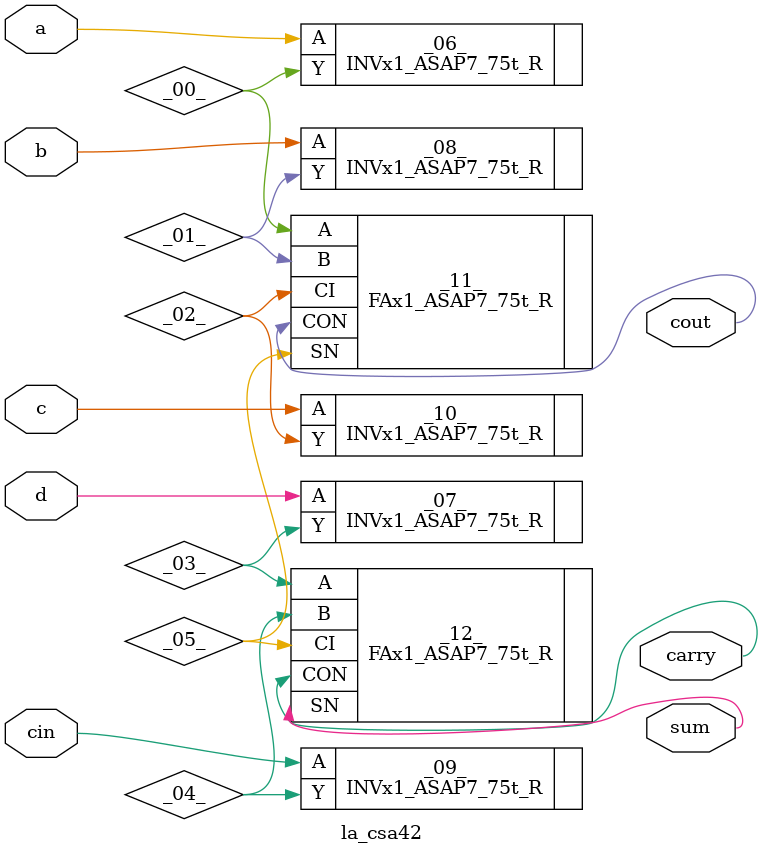
<source format=v>

/* Generated by Yosys 0.40 (git sha1 a1bb0255d, g++ 11.4.0-1ubuntu1~22.04 -fPIC -Os) */

module la_csa42(a, b, c, d, cin, sum, carry, cout);
  wire _00_;
  wire _01_;
  wire _02_;
  wire _03_;
  wire _04_;
  wire _05_;
  input a;
  wire a;
  input b;
  wire b;
  input c;
  wire c;
  output carry;
  wire carry;
  input cin;
  wire cin;
  output cout;
  wire cout;
  input d;
  wire d;
  output sum;
  wire sum;
  INVx1_ASAP7_75t_R _06_ (
    .A(a),
    .Y(_00_)
  );
  INVx1_ASAP7_75t_R _07_ (
    .A(d),
    .Y(_03_)
  );
  INVx1_ASAP7_75t_R _08_ (
    .A(b),
    .Y(_01_)
  );
  INVx1_ASAP7_75t_R _09_ (
    .A(cin),
    .Y(_04_)
  );
  INVx1_ASAP7_75t_R _10_ (
    .A(c),
    .Y(_02_)
  );
  FAx1_ASAP7_75t_R _11_ (
    .A(_00_),
    .B(_01_),
    .CI(_02_),
    .CON(cout),
    .SN(_05_)
  );
  FAx1_ASAP7_75t_R _12_ (
    .A(_03_),
    .B(_04_),
    .CI(_05_),
    .CON(carry),
    .SN(sum)
  );
endmodule

</source>
